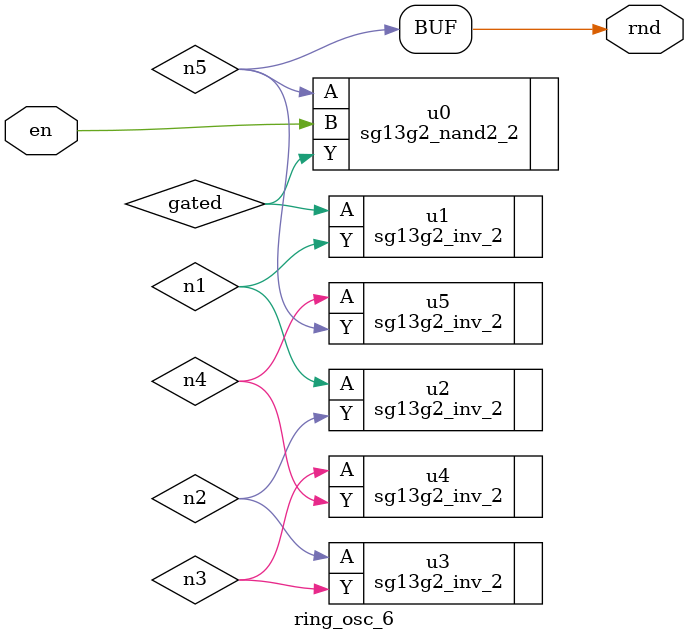
<source format=v>
`default_nettype none

module ring_osc_6 (
    input  wire en, 
    output wire rnd 
);

`ifdef COCOTB_SIM
    // Simulation stub – avoids infinite oscillation
    assign rnd = en ? 1'b0 : 1'bz;

`elsif ECP5_FPGA
    wire n1, n2, n3, n4, n5, gated;

    (* keep, dont_touch, BEL="A6LUT", LOC="X0Y0" *)
    LUT4 #(.INIT(16'h7FFF)) u0 (
        .A(n5), 
        .B(en), 
        .C(1'b1), 
        .D(1'b1), 
        .Z(gated)
    );

    (* keep, dont_touch, BEL="B6LUT", LOC="X0Y0" *)
    LUT4 #(.INIT(16'h5555)) u1 (.A(gated), .B(1'b0), .C(1'b0), .D(1'b0), .Z(n1));

    (* keep, dont_touch, BEL="C6LUT", LOC="X0Y0" *)
    LUT4 #(.INIT(16'h5555)) u2 (.A(n1),    .B(1'b0), .C(1'b0), .D(1'b0), .Z(n2));

    (* keep, dont_touch, BEL="D6LUT", LOC="X0Y0" *)
    LUT4 #(.INIT(16'h5555)) u3 (.A(n2),    .B(1'b0), .C(1'b0), .D(1'b0), .Z(n3));

    (* keep, dont_touch, BEL="A6LUT", LOC="X0Y1" *)
    LUT4 #(.INIT(16'h5555)) u4 (.A(n3),    .B(1'b0), .C(1'b0), .D(1'b0), .Z(n4));

    (* keep, dont_touch, BEL="B6LUT", LOC="X0Y1" *)
    LUT4 #(.INIT(16'h5555)) u5 (.A(n4),    .B(1'b0), .C(1'b0), .D(1'b0), .Z(n5));

    assign rnd = n5;

`else
    wire n1, n2, n3, n4, n5, gated;

    (* keep, dont_touch *) sg13g2_nand2_2 u0 (.Y(gated), .A(n5), .B(en));

    (* keep, dont_touch *) sg13g2_inv_2 u1 (.Y(n1), .A(gated));
    (* keep, dont_touch *) sg13g2_inv_2 u2 (.Y(n2), .A(n1));
    (* keep, dont_touch *) sg13g2_inv_2 u3 (.Y(n3), .A(n2));
    (* keep, dont_touch *) sg13g2_inv_2 u4 (.Y(n4), .A(n3));
    (* keep, dont_touch *) sg13g2_inv_2 u5 (.Y(n5), .A(n4));

    assign rnd = n5;
`endif

endmodule

</source>
